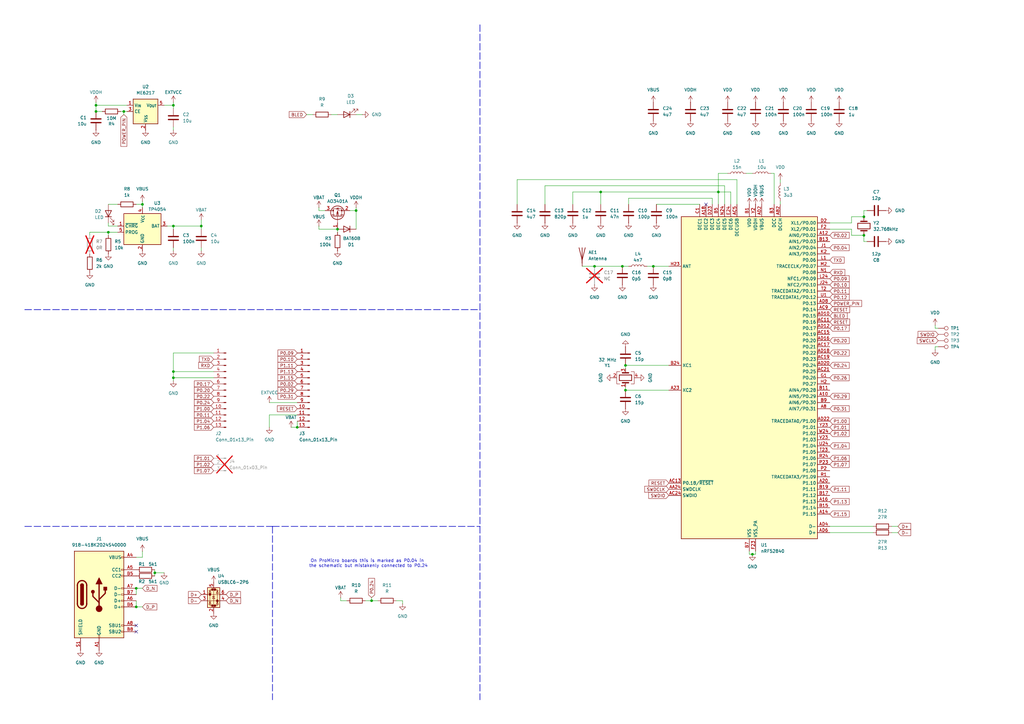
<source format=kicad_sch>
(kicad_sch (version 20250114) (generator "eeschema") (generator_version "9.0")
  (paper "A3")
  (title_block (title "nRF52840 ProMicro"))
  (text "On ProMicro boards this is marked as P0.04 in \nthe schematic but mistakenly connected to P0.24" (at 151.13 231.14 0) (effects (font (size 1.27 1.27))))
  (junction (at 39.37 43.18))
  (junction (at 39.37 45.72))
  (junction (at 294.64 78.74))
  (junction (at 256.54 160.02))
  (junction (at 44.45 95.25))
  (junction (at 58.42 83.82))
  (junction (at 55.88 241.3))
  (junction (at 55.88 248.92))
  (junction (at 152.4 246.38))
  (junction (at 354.33 96.52))
  (junction (at 243.84 109.22))
  (junction (at 267.97 109.22))
  (junction (at 63.5 234.95))
  (junction (at 121.92 175.26))
  (junction (at 354.33 88.9))
  (junction (at 71.12 92.71))
  (junction (at 82.55 92.71))
  (junction (at 50.8 45.72))
  (junction (at 308.61 227.33))
  (junction (at 246.38 78.74))
  (junction (at 256.54 149.86))
  (junction (at 138.43 93.98))
  (junction (at 146.05 86.36))
  (junction (at 71.12 152.4))
  (junction (at 71.12 154.94))
  (junction (at 255.27 109.22))
  (junction (at 71.12 43.18))
  (no_connect (at 55.88 259.08))
  (no_connect (at 289.56 83.82))
  (no_connect (at 55.88 256.54))
  (wire (pts (xy 39.37 43.18) (xy 39.37 41.91)))
  (wire (pts (xy 87.63 144.78) (xy 71.12 144.78)))
  (wire (pts (xy 58.42 228.6) (xy 58.42 226.06)))
  (wire (pts (xy 44.45 91.44) (xy 44.45 92.71)))
  (polyline (pts (xy 196.85 215.9) (xy 196.85 287.02)) (stroke (width 0.254) (type dash)))
  (wire (pts (xy 71.12 154.94) (xy 87.63 154.94)))
  (polyline (pts (xy 10.16 127) (xy 196.85 127)) (stroke (width 0.254) (type dash)))
  (wire (pts (xy 138.43 93.98) (xy 138.43 95.25)))
  (wire (pts (xy 44.45 92.71) (xy 48.26 92.71)))
  (wire (pts (xy 246.38 83.82) (xy 246.38 78.74)))
  (wire (pts (xy 297.18 83.82) (xy 297.18 76.2)))
  (wire (pts (xy 340.36 91.44) (xy 349.25 91.44)))
  (wire (pts (xy 50.8 45.72) (xy 50.8 46.99)))
  (wire (pts (xy 294.64 78.74) (xy 299.72 78.74)))
  (wire (pts (xy 349.25 96.52) (xy 354.33 96.52)))
  (wire (pts (xy 354.33 99.06) (xy 354.33 96.52)))
  (wire (pts (xy 55.88 228.6) (xy 58.42 228.6)))
  (polyline (pts (xy 196.85 10.16) (xy 196.85 215.9)) (stroke (width 0.254) (type dash)))
  (wire (pts (xy 121.92 175.26) (xy 121.92 172.72)))
  (wire (pts (xy 383.54 134.62) (xy 383.54 133.35)))
  (wire (pts (xy 234.95 78.74) (xy 246.38 78.74)))
  (wire (pts (xy 67.31 43.18) (xy 71.12 43.18)))
  (wire (pts (xy 44.45 83.82) (xy 48.26 83.82)))
  (wire (pts (xy 68.58 92.71) (xy 71.12 92.71)))
  (wire (pts (xy 55.88 248.92) (xy 58.42 248.92)))
  (wire (pts (xy 143.51 86.36) (xy 146.05 86.36)))
  (wire (pts (xy 146.05 46.99) (xy 148.59 46.99)))
  (wire (pts (xy 139.7 245.11) (xy 139.7 246.38)))
  (wire (pts (xy 256.54 151.13) (xy 256.54 149.86)))
  (wire (pts (xy 340.36 218.44) (xy 358.14 218.44)))
  (wire (pts (xy 44.45 95.25) (xy 48.26 95.25)))
  (wire (pts (xy 257.81 83.82) (xy 257.81 81.28)))
  (wire (pts (xy 340.36 93.98) (xy 349.25 93.98)))
  (wire (pts (xy 212.09 73.66) (xy 212.09 83.82)))
  (wire (pts (xy 152.4 245.11) (xy 152.4 246.38)))
  (wire (pts (xy 55.88 83.82) (xy 58.42 83.82)))
  (wire (pts (xy 355.6 86.36) (xy 354.33 86.36)))
  (wire (pts (xy 384.81 134.62) (xy 383.54 134.62)))
  (wire (pts (xy 71.12 43.18) (xy 71.12 41.91)))
  (wire (pts (xy 307.34 227.33) (xy 308.61 227.33)))
  (wire (pts (xy 384.81 142.24) (xy 383.54 142.24)))
  (wire (pts (xy 162.56 246.38) (xy 165.1 246.38)))
  (wire (pts (xy 149.86 246.38) (xy 152.4 246.38)))
  (wire (pts (xy 125.73 46.99) (xy 128.27 46.99)))
  (wire (pts (xy 119.38 175.26) (xy 121.92 175.26)))
  (wire (pts (xy 309.88 226.06) (xy 309.88 227.33)))
  (wire (pts (xy 110.49 165.1) (xy 121.92 165.1)))
  (wire (pts (xy 307.34 226.06) (xy 307.34 227.33)))
  (wire (pts (xy 256.54 149.86) (xy 274.32 149.86)))
  (wire (pts (xy 63.5 233.68) (xy 63.5 234.95)))
  (wire (pts (xy 71.12 152.4) (xy 71.12 154.94)))
  (wire (pts (xy 294.64 71.12) (xy 294.64 78.74)))
  (wire (pts (xy 130.81 93.98) (xy 138.43 93.98)))
  (wire (pts (xy 340.36 215.9) (xy 358.14 215.9)))
  (wire (pts (xy 63.5 234.95) (xy 63.5 236.22)))
  (wire (pts (xy 269.24 83.82) (xy 287.02 83.82)))
  (wire (pts (xy 365.76 218.44) (xy 368.3 218.44)))
  (wire (pts (xy 349.25 93.98) (xy 349.25 96.52)))
  (polyline (pts (xy 111.76 215.9) (xy 196.85 215.9)) (stroke (width 0.254) (type dash)))
  (wire (pts (xy 50.8 45.72) (xy 52.07 45.72)))
  (wire (pts (xy 234.95 83.82) (xy 234.95 78.74)))
  (wire (pts (xy 130.81 86.36) (xy 133.35 86.36)))
  (wire (pts (xy 265.43 109.22) (xy 267.97 109.22)))
  (wire (pts (xy 255.27 109.22) (xy 257.81 109.22)))
  (wire (pts (xy 71.12 43.18) (xy 71.12 44.45)))
  (wire (pts (xy 55.88 241.3) (xy 58.42 241.3)))
  (wire (pts (xy 130.81 92.71) (xy 130.81 93.98)))
  (wire (pts (xy 165.1 246.38) (xy 165.1 247.65)))
  (wire (pts (xy 71.12 154.94) (xy 71.12 156.21)))
  (wire (pts (xy 238.76 109.22) (xy 243.84 109.22)))
  (wire (pts (xy 82.55 102.87) (xy 82.55 101.6)))
  (wire (pts (xy 55.88 241.3) (xy 55.88 243.84)))
  (wire (pts (xy 146.05 86.36) (xy 146.05 85.09)))
  (wire (pts (xy 36.83 96.52) (xy 36.83 95.25)))
  (wire (pts (xy 257.81 81.28) (xy 292.1 81.28)))
  (wire (pts (xy 58.42 83.82) (xy 58.42 85.09)))
  (wire (pts (xy 44.45 96.52) (xy 44.45 95.25)))
  (wire (pts (xy 71.12 53.34) (xy 71.12 52.07)))
  (wire (pts (xy 39.37 45.72) (xy 39.37 43.18)))
  (wire (pts (xy 36.83 95.25) (xy 44.45 95.25)))
  (wire (pts (xy 298.45 71.12) (xy 294.64 71.12)))
  (wire (pts (xy 139.7 246.38) (xy 142.24 246.38)))
  (wire (pts (xy 243.84 109.22) (xy 255.27 109.22)))
  (wire (pts (xy 58.42 82.55) (xy 58.42 83.82)))
  (wire (pts (xy 41.91 45.72) (xy 39.37 45.72)))
  (polyline (pts (xy 111.76 215.9) (xy 111.76 287.02)) (stroke (width 0.254) (type dash)))
  (wire (pts (xy 299.72 78.74) (xy 299.72 83.82)))
  (wire (pts (xy 121.92 170.18) (xy 110.49 170.18)))
  (wire (pts (xy 302.26 73.66) (xy 212.09 73.66)))
  (wire (pts (xy 309.88 227.33) (xy 308.61 227.33)))
  (wire (pts (xy 49.53 45.72) (xy 50.8 45.72)))
  (wire (pts (xy 302.26 83.82) (xy 302.26 73.66)))
  (wire (pts (xy 82.55 90.17) (xy 82.55 92.71)))
  (wire (pts (xy 292.1 81.28) (xy 292.1 83.82)))
  (wire (pts (xy 82.55 93.98) (xy 82.55 92.71)))
  (wire (pts (xy 306.07 71.12) (xy 308.61 71.12)))
  (wire (pts (xy 152.4 246.38) (xy 154.94 246.38)))
  (wire (pts (xy 71.12 92.71) (xy 82.55 92.71)))
  (wire (pts (xy 349.25 91.44) (xy 349.25 88.9)))
  (wire (pts (xy 294.64 83.82) (xy 294.64 78.74)))
  (wire (pts (xy 246.38 78.74) (xy 294.64 78.74)))
  (wire (pts (xy 349.25 88.9) (xy 354.33 88.9)))
  (wire (pts (xy 71.12 144.78) (xy 71.12 152.4)))
  (wire (pts (xy 71.12 152.4) (xy 87.63 152.4)))
  (wire (pts (xy 317.5 83.82) (xy 317.5 71.12)))
  (wire (pts (xy 383.54 142.24) (xy 383.54 143.51)))
  (wire (pts (xy 256.54 160.02) (xy 256.54 158.75)))
  (wire (pts (xy 320.04 82.55) (xy 320.04 83.82)))
  (wire (pts (xy 130.81 85.09) (xy 130.81 86.36)))
  (wire (pts (xy 320.04 73.66) (xy 320.04 74.93)))
  (wire (pts (xy 71.12 93.98) (xy 71.12 92.71)))
  (wire (pts (xy 354.33 86.36) (xy 354.33 88.9)))
  (wire (pts (xy 146.05 86.36) (xy 146.05 93.98)))
  (wire (pts (xy 355.6 99.06) (xy 354.33 99.06)))
  (wire (pts (xy 52.07 43.18) (xy 39.37 43.18)))
  (wire (pts (xy 71.12 102.87) (xy 71.12 101.6)))
  (wire (pts (xy 365.76 215.9) (xy 368.3 215.9)))
  (wire (pts (xy 223.52 76.2) (xy 223.52 83.82)))
  (wire (pts (xy 267.97 109.22) (xy 274.32 109.22)))
  (wire (pts (xy 110.49 170.18) (xy 110.49 175.26)))
  (wire (pts (xy 55.88 246.38) (xy 55.88 248.92)))
  (wire (pts (xy 223.52 76.2) (xy 297.18 76.2)))
  (wire (pts (xy 135.89 46.99) (xy 138.43 46.99)))
  (polyline (pts (xy 10.16 215.9) (xy 111.76 215.9)) (stroke (width 0.254) (type dash)))
  (wire (pts (xy 63.5 234.95) (xy 67.31 234.95)))
  (wire (pts (xy 317.5 71.12) (xy 316.23 71.12)))
  (wire (pts (xy 274.32 160.02) (xy 256.54 160.02)))
  (global_label "P0.11" (shape input) (at 340.36 119.38 0) (property "Intersheetrefs" "${INTERSHEET_REFS}" (effects (hide yes))))
  (global_label "P1.07" (shape input) (at 87.63 193.04 180) (property "Intersheetrefs" "${INTERSHEET_REFS}" (effects (hide yes))))
  (global_label "POWER_PIN" (shape input) (at 340.36 124.46 0) (property "Intersheetrefs" "${INTERSHEET_REFS}" (effects (hide yes))))
  (global_label "RESET" (shape input) (at 274.32 198.12 180) (property "Intersheetrefs" "${INTERSHEET_REFS}" (effects (hide yes))))
  (global_label "P1.00" (shape input) (at 340.36 172.72 0) (property "Intersheetrefs" "${INTERSHEET_REFS}" (effects (hide yes))))
  (global_label "TXD" (shape input) (at 87.63 147.32 180) (property "Intersheetrefs" "${INTERSHEET_REFS}" (effects (hide yes))))
  (global_label "P0.31" (shape input) (at 340.36 167.64 0) (property "Intersheetrefs" "${INTERSHEET_REFS}" (effects (hide yes))))
  (global_label "P0.11" (shape input) (at 87.63 170.18 180) (property "Intersheetrefs" "${INTERSHEET_REFS}" (effects (hide yes))))
  (global_label "SWDIO" (shape input) (at 384.81 137.16 180) (property "Intersheetrefs" "${INTERSHEET_REFS}" (effects (hide yes))))
  (global_label "P1.13" (shape input) (at 121.92 152.4 180) (property "Intersheetrefs" "${INTERSHEET_REFS}" (effects (hide yes))))
  (global_label "P0.31" (shape input) (at 121.92 162.56 180) (property "Intersheetrefs" "${INTERSHEET_REFS}" (effects (hide yes))))
  (global_label "P0.17" (shape input) (at 340.36 134.62 0) (property "Intersheetrefs" "${INTERSHEET_REFS}" (effects (hide yes))))
  (global_label "SWDIO" (shape input) (at 274.32 203.2 180) (property "Intersheetrefs" "${INTERSHEET_REFS}" (effects (hide yes))))
  (global_label "P0.24" (shape input) (at 87.63 165.1 180) (property "Intersheetrefs" "${INTERSHEET_REFS}" (effects (hide yes))))
  (global_label "D_P" (shape input) (at 92.71 243.84 0) (property "Intersheetrefs" "${INTERSHEET_REFS}" (effects (hide yes))))
  (global_label "D_N" (shape input) (at 92.71 246.38 0) (property "Intersheetrefs" "${INTERSHEET_REFS}" (effects (hide yes))))
  (global_label "P0.29" (shape input) (at 121.92 160.02 180) (property "Intersheetrefs" "${INTERSHEET_REFS}" (effects (hide yes))))
  (global_label "D_P" (shape input) (at 58.42 248.92 0) (property "Intersheetrefs" "${INTERSHEET_REFS}" (effects (hide yes))))
  (global_label "SWDCLK" (shape input) (at 274.32 200.66 180) (property "Intersheetrefs" "${INTERSHEET_REFS}" (effects (hide yes))))
  (global_label "SWCLK" (shape input) (at 384.81 139.7 180) (property "Intersheetrefs" "${INTERSHEET_REFS}" (effects (hide yes))))
  (global_label "RESET" (shape input) (at 340.36 132.08 0) (property "Intersheetrefs" "${INTERSHEET_REFS}" (effects (hide yes))))
  (global_label "P0.29" (shape input) (at 340.36 162.56 0) (property "Intersheetrefs" "${INTERSHEET_REFS}" (effects (hide yes))))
  (global_label "P0.09" (shape input) (at 340.36 114.3 0) (property "Intersheetrefs" "${INTERSHEET_REFS}" (effects (hide yes))))
  (global_label "D-" (shape input) (at 368.3 218.44 0) (property "Intersheetrefs" "${INTERSHEET_REFS}" (effects (hide yes))))
  (global_label "P0.12" (shape input) (at 340.36 121.92 0) (property "Intersheetrefs" "${INTERSHEET_REFS}" (effects (hide yes))))
  (global_label "P0.24" (shape input) (at 152.4 245.11 90) (property "Intersheetrefs" "${INTERSHEET_REFS}" (effects (hide yes))))
  (global_label "RESET" (shape input) (at 340.36 127 0) (property "Intersheetrefs" "${INTERSHEET_REFS}" (effects (hide yes))))
  (global_label "P0.02" (shape input) (at 121.92 157.48 180) (property "Intersheetrefs" "${INTERSHEET_REFS}" (effects (hide yes))))
  (global_label "P1.02" (shape input) (at 87.63 190.5 180) (property "Intersheetrefs" "${INTERSHEET_REFS}" (effects (hide yes))))
  (global_label "P0.22" (shape input) (at 340.36 144.78 0) (property "Intersheetrefs" "${INTERSHEET_REFS}" (effects (hide yes))))
  (global_label "P1.15" (shape input) (at 121.92 154.94 180) (property "Intersheetrefs" "${INTERSHEET_REFS}" (effects (hide yes))))
  (global_label "P1.00" (shape input) (at 87.63 167.64 180) (property "Intersheetrefs" "${INTERSHEET_REFS}" (effects (hide yes))))
  (global_label "P1.04" (shape input) (at 340.36 182.88 0) (property "Intersheetrefs" "${INTERSHEET_REFS}" (effects (hide yes))))
  (global_label "D_N" (shape input) (at 58.42 241.3 0) (property "Intersheetrefs" "${INTERSHEET_REFS}" (effects (hide yes))))
  (global_label "P1.06" (shape input) (at 340.36 187.96 0) (property "Intersheetrefs" "${INTERSHEET_REFS}" (effects (hide yes))))
  (global_label "RESET" (shape input) (at 121.92 167.64 180) (property "Intersheetrefs" "${INTERSHEET_REFS}" (effects (hide yes))))
  (global_label "P1.01" (shape input) (at 340.36 175.26 0) (property "Intersheetrefs" "${INTERSHEET_REFS}" (effects (hide yes))))
  (global_label "P0.10" (shape input) (at 121.92 147.32 180) (property "Intersheetrefs" "${INTERSHEET_REFS}" (effects (hide yes))))
  (global_label "D+" (shape input) (at 82.55 243.84 180) (property "Intersheetrefs" "${INTERSHEET_REFS}" (effects (hide yes))))
  (global_label "P0.17" (shape input) (at 87.63 157.48 180) (property "Intersheetrefs" "${INTERSHEET_REFS}" (effects (hide yes))))
  (global_label "BLED" (shape input) (at 340.36 129.54 0) (property "Intersheetrefs" "${INTERSHEET_REFS}" (effects (hide yes))))
  (global_label "P1.01" (shape input) (at 87.63 187.96 180) (property "Intersheetrefs" "${INTERSHEET_REFS}" (effects (hide yes))))
  (global_label "BLED" (shape input) (at 125.73 46.99 180) (property "Intersheetrefs" "${INTERSHEET_REFS}" (effects (hide yes))))
  (global_label "P0.04" (shape input) (at 340.36 101.6 0) (property "Intersheetrefs" "${INTERSHEET_REFS}" (effects (hide yes))))
  (global_label "P1.11" (shape input) (at 121.92 149.86 180) (property "Intersheetrefs" "${INTERSHEET_REFS}" (effects (hide yes))))
  (global_label "P0.02" (shape input) (at 340.36 96.52 0) (property "Intersheetrefs" "${INTERSHEET_REFS}" (effects (hide yes))))
  (global_label "D-" (shape input) (at 82.55 246.38 180) (property "Intersheetrefs" "${INTERSHEET_REFS}" (effects (hide yes))))
  (global_label "P0.22" (shape input) (at 87.63 162.56 180) (property "Intersheetrefs" "${INTERSHEET_REFS}" (effects (hide yes))))
  (global_label "TXD" (shape input) (at 340.36 106.68 0) (property "Intersheetrefs" "${INTERSHEET_REFS}" (effects (hide yes))))
  (global_label "P1.04" (shape input) (at 87.63 172.72 180) (property "Intersheetrefs" "${INTERSHEET_REFS}" (effects (hide yes))))
  (global_label "P1.11" (shape input) (at 340.36 200.66 0) (property "Intersheetrefs" "${INTERSHEET_REFS}" (effects (hide yes))))
  (global_label "P0.24" (shape input) (at 340.36 149.86 0) (property "Intersheetrefs" "${INTERSHEET_REFS}" (effects (hide yes))))
  (global_label "P1.13" (shape input) (at 340.36 205.74 0) (property "Intersheetrefs" "${INTERSHEET_REFS}" (effects (hide yes))))
  (global_label "P0.09" (shape input) (at 121.92 144.78 180) (property "Intersheetrefs" "${INTERSHEET_REFS}" (effects (hide yes))))
  (global_label "P1.07" (shape input) (at 340.36 190.5 0) (property "Intersheetrefs" "${INTERSHEET_REFS}" (effects (hide yes))))
  (global_label "D+" (shape input) (at 368.3 215.9 0) (property "Intersheetrefs" "${INTERSHEET_REFS}" (effects (hide yes))))
  (global_label "POWER_PIN" (shape input) (at 50.8 46.99 270) (property "Intersheetrefs" "${INTERSHEET_REFS}" (effects (hide yes))))
  (global_label "RXD" (shape input) (at 87.63 149.86 180) (property "Intersheetrefs" "${INTERSHEET_REFS}" (effects (hide yes))))
  (global_label "P0.26" (shape input) (at 340.36 154.94 0) (property "Intersheetrefs" "${INTERSHEET_REFS}" (effects (hide yes))))
  (global_label "RXD" (shape input) (at 340.36 111.76 0) (property "Intersheetrefs" "${INTERSHEET_REFS}" (effects (hide yes))))
  (global_label "P1.15" (shape input) (at 340.36 210.82 0) (property "Intersheetrefs" "${INTERSHEET_REFS}" (effects (hide yes))))
  (global_label "P1.02" (shape input) (at 340.36 177.8 0) (property "Intersheetrefs" "${INTERSHEET_REFS}" (effects (hide yes))))
  (global_label "P0.20" (shape input) (at 87.63 160.02 180) (property "Intersheetrefs" "${INTERSHEET_REFS}" (effects (hide yes))))
  (global_label "P1.06" (shape input) (at 87.63 175.26 180) (property "Intersheetrefs" "${INTERSHEET_REFS}" (effects (hide yes))))
  (global_label "P0.20" (shape input) (at 340.36 139.7 0) (property "Intersheetrefs" "${INTERSHEET_REFS}" (effects (hide yes))))
  (global_label "P0.10" (shape input) (at 340.36 116.84 0) (property "Intersheetrefs" "${INTERSHEET_REFS}" (effects (hide yes))))
  (symbol (lib_id "Device:R") (at 158.75 246.38 90) (unit 1)
    (property "Reference" "R11" (at 158.75 240.03 90))
    (property "Value" "R" (at 158.75 242.57 90))
    (property "Footprint" "Resistor_SMD:R_0201_0603Metric" (effects (hide yes)))
    (property "Description" "Resistor" (effects (hide yes)))
  )
  (symbol (lib_id "power:VBUS") (at 58.42 82.55 0) (unit 1)
    (property "Reference" "#PWR021" (effects (hide yes)))
    (property "Value" "VBUS" (at 58.42 77.47 0))
    (property "Description" "Power symbol creates a global label with name \"VBUS\"" (effects (hide yes)))
  )
  (symbol (lib_id "power:GND") (at 269.24 91.44 0) (unit 1)
    (property "Reference" "#PWR036" (effects (hide yes)))
    (property "Value" "GND" (at 269.24 96.52 0))
    (property "Description" "Power symbol creates a global label with name \"GND\" , ground" (effects (hide yes)))
  )
  (symbol (lib_id "power:GND") (at 309.88 49.53 0) (unit 1)
    (property "Reference" "#PWR052" (effects (hide yes)))
    (property "Value" "GND" (at 309.88 54.61 0))
    (property "Description" "Power symbol creates a global label with name \"GND\" , ground" (effects (hide yes)))
  )
  (symbol (lib_id "Device:R") (at 361.95 215.9 90) (unit 1)
    (property "Reference" "R12" (at 361.95 209.55 90))
    (property "Value" "27R" (at 361.95 212.09 90))
    (property "Footprint" "Resistor_SMD:R_0201_0603Metric" (effects (hide yes)))
    (property "Description" "Resistor" (effects (hide yes)))
  )
  (symbol (lib_id "power:GND") (at 110.49 175.26 0) (unit 1)
    (property "Reference" "#PWR029" (effects (hide yes)))
    (property "Value" "GND" (at 110.49 180.34 0))
    (property "Description" "Power symbol creates a global label with name \"GND\" , ground" (effects (hide yes)))
  )
  (symbol (lib_id "power:VDD") (at 321.31 41.91 0) (unit 1)
    (property "Reference" "#PWR058" (effects (hide yes)))
    (property "Value" "VDD" (at 321.31 36.83 0))
    (property "Description" "Power symbol creates a global label with name \"VDD\"" (effects (hide yes)))
  )
  (symbol (lib_id "Device:R") (at 146.05 246.38 90) (unit 1)
    (property "Reference" "R10" (at 146.05 240.03 90))
    (property "Value" "R" (at 146.05 242.57 90))
    (property "Footprint" "Resistor_SMD:R_0201_0603Metric" (effects (hide yes)))
    (property "Description" "Resistor" (effects (hide yes)))
  )
  (symbol (lib_id "Device:R") (at 361.95 218.44 270) (mirror x) (unit 1)
    (property "Reference" "R13" (at 361.95 224.79 90))
    (property "Value" "27R" (at 361.95 222.25 90))
    (property "Footprint" "Resistor_SMD:R_0201_0603Metric" (effects (hide yes)))
    (property "Description" "Resistor" (effects (hide yes)))
  )
  (symbol (lib_id "power:GND") (at 148.59 46.99 90) (unit 1)
    (property "Reference" "#PWR023" (effects (hide yes)))
    (property "Value" "GND" (at 152.4 46.9899 90) (effects (justify right)))
    (property "Description" "Power symbol creates a global label with name \"GND\" , ground" (effects (hide yes)))
  )
  (symbol (lib_id "power:GND") (at 58.42 102.87 0) (unit 1)
    (property "Reference" "#PWR018" (effects (hide yes)))
    (property "Value" "GND" (at 58.42 107.95 0))
    (property "Description" "Power symbol creates a global label with name \"GND\" , ground" (effects (hide yes)))
  )
  (symbol (lib_id "Device:R") (at 44.45 100.33 0) (unit 1)
    (property "Reference" "R5" (at 46.99 99.0599 0) (effects (justify left)))
    (property "Value" "10k" (at 46.99 101.5999 0) (effects (justify left)))
    (property "Footprint" "Resistor_SMD:R_0402_1005Metric" (effects (hide yes)))
    (property "Description" "Resistor" (effects (hide yes)))
  )
  (symbol (lib_id "power:GND") (at 332.74 49.53 0) (unit 1)
    (property "Reference" "#PWR054" (effects (hide yes)))
    (property "Value" "GND" (at 332.74 54.61 0))
    (property "Description" "Power symbol creates a global label with name \"GND\" , ground" (effects (hide yes)))
  )
  (symbol (lib_id "Device:C") (at 257.81 87.63 0) (unit 1)
    (property "Reference" "C10" (at 261.62 86.3599 0) (effects (justify left)))
    (property "Value" "100p" (at 261.62 88.8999 0) (effects (justify left)))
    (property "Footprint" "Capacitor_SMD:C_0402_1005Metric" (effects (hide yes)))
    (property "Description" "Unpolarized capacitor" (effects (hide yes)))
  )
  (symbol (lib_id "power:GND") (at 243.84 116.84 0) (unit 1)
    (property "Reference" "#PWR049" (effects (hide yes)))
    (property "Value" "GND" (at 243.84 121.92 0))
    (property "Description" "Power symbol creates a global label with name \"GND\" , ground" (effects (hide yes)))
  )
  (symbol (lib_id "Device:R") (at 36.83 107.95 0) (unit 1)
    (property "Reference" "R6" (at 39.37 106.6799 0) (effects (justify left)))
    (property "Value" "2k" (at 39.37 109.2199 0) (effects (justify left)))
    (property "Footprint" "Resistor_SMD:R_0402_1005Metric" (effects (hide yes)))
    (property "Description" "Resistor" (effects (hide yes)))
  )
  (symbol (lib_id "Device:C") (at 359.41 86.36 90) (unit 1)
    (property "Reference" "C7" (at 359.41 78.74 90))
    (property "Value" "12p" (at 359.41 81.28 90))
    (property "Footprint" "Capacitor_SMD:C_0402_1005Metric" (effects (hide yes)))
    (property "Description" "Unpolarized capacitor" (effects (hide yes)))
  )
  (symbol (lib_id "Device:R") (at 52.07 83.82 90) (unit 1)
    (property "Reference" "R8" (at 52.07 77.47 90))
    (property "Value" "1k" (at 52.07 80.01 90))
    (property "Footprint" "Resistor_SMD:R_0201_0603Metric" (effects (hide yes)))
    (property "Description" "Resistor" (effects (hide yes)))
  )
  (symbol (lib_id "power:GND") (at 321.31 49.53 0) (unit 1)
    (property "Reference" "#PWR053" (effects (hide yes)))
    (property "Value" "GND" (at 321.31 54.61 0))
    (property "Description" "Power symbol creates a global label with name \"GND\" , ground" (effects (hide yes)))
  )
  (symbol (lib_id "power:GND") (at 255.27 116.84 0) (unit 1)
    (property "Reference" "#PWR048" (effects (hide yes)))
    (property "Value" "GND" (at 255.27 121.92 0))
    (property "Description" "Power symbol creates a global label with name \"GND\" , ground" (effects (hide yes)))
  )
  (symbol (lib_id "Device:C") (at 234.95 87.63 0) (unit 1)
    (property "Reference" "C12" (at 238.76 86.3599 0) (effects (justify left)))
    (property "Value" "1u" (at 238.76 88.8999 0) (effects (justify left)))
    (property "Footprint" "Capacitor_SMD:C_0402_1005Metric" (effects (hide yes)))
    (property "Description" "Unpolarized capacitor" (effects (hide yes)))
  )
  (symbol (lib_id "Device:C") (at 256.54 163.83 0) (unit 1)
    (property "Reference" "C6" (at 260.35 162.5599 0) (effects (justify left)))
    (property "Value" "15p" (at 260.35 165.0999 0) (effects (justify left)))
    (property "Footprint" "Capacitor_SMD:C_0402_1005Metric" (effects (hide yes)))
    (property "Description" "Unpolarized capacitor" (effects (hide yes)))
  )
  (symbol (lib_id "power:GND") (at 251.46 154.94 270) (unit 1)
    (property "Reference" "#PWR031" (effects (hide yes)))
    (property "Value" "GND" (at 246.38 154.94 0))
    (property "Description" "Power symbol creates a global label with name \"GND\" , ground" (effects (hide yes)))
  )
  (symbol (lib_id "power:VBUS") (at 130.81 85.09 0) (unit 1)
    (property "Reference" "#PWR07" (effects (hide yes)))
    (property "Value" "VBAT" (at 130.81 81.026 0))
    (property "Description" "Power symbol creates a global label with name \"VBUS\"" (effects (hide yes)))
  )
  (symbol (lib_id "power:GND") (at 40.64 266.7 0) (unit 1)
    (property "Reference" "#PWR02" (effects (hide yes)))
    (property "Value" "GND" (at 40.64 271.78 0))
    (property "Description" "Power symbol creates a global label with name \"GND\" , ground" (effects (hide yes)))
  )
  (symbol (lib_id "power:GND") (at 257.81 91.44 0) (unit 1)
    (property "Reference" "#PWR037" (effects (hide yes)))
    (property "Value" "GND" (at 257.81 96.52 0))
    (property "Description" "Power symbol creates a global label with name \"GND\" , ground" (effects (hide yes)))
  )
  (symbol (lib_id "power:GND") (at 39.37 53.34 0) (unit 1)
    (property "Reference" "#PWR014" (effects (hide yes)))
    (property "Value" "GND" (at 39.37 58.42 0))
    (property "Description" "Power symbol creates a global label with name \"GND\" , ground" (effects (hide yes)))
  )
  (symbol (lib_id "power:GND") (at 71.12 53.34 0) (unit 1)
    (property "Reference" "#PWR013" (effects (hide yes)))
    (property "Value" "GND" (at 71.12 58.42 0))
    (property "Description" "Power symbol creates a global label with name \"GND\" , ground" (effects (hide yes)))
  )
  (symbol (lib_id "Device:C") (at 298.45 45.72 0) (unit 1)
    (property "Reference" "C22" (at 302.26 44.4499 0) (effects (justify left)))
    (property "Value" "4u7" (at 302.26 46.9899 0) (effects (justify left)))
    (property "Footprint" "Capacitor_SMD:C_0402_1005Metric" (effects (hide yes)))
    (property "Description" "Unpolarized capacitor" (effects (hide yes)))
  )
  (symbol (lib_id "Device:LED") (at 44.45 87.63 90) (unit 1)
    (property "Reference" "D2" (at 38.862 86.614 90) (effects (justify right)))
    (property "Value" "LED" (at 38.862 89.154 90) (effects (justify right)))
    (property "Footprint" "LED_SMD:LED_0603_1608Metric" (effects (hide yes)))
    (property "Description" "Light emitting diode" (effects (hide yes)))
    (property "Sim.Pins" "1=K 2=A" (effects (hide yes)))
  )
  (symbol (lib_id "Device:C") (at 283.21 45.72 0) (unit 1)
    (property "Reference" "C23" (at 287.02 44.4499 0) (effects (justify left)))
    (property "Value" "4u7" (at 287.02 46.9899 0) (effects (justify left)))
    (property "Footprint" "Capacitor_SMD:C_0402_1005Metric" (effects (hide yes)))
    (property "Description" "Unpolarized capacitor" (effects (hide yes)))
  )
  (symbol (lib_id "power:VDD") (at 383.54 133.35 0) (unit 1)
    (property "Reference" "#PWR065" (effects (hide yes)))
    (property "Value" "VDD" (at 383.54 128.27 0))
    (property "Description" "Power symbol creates a global label with name \"VDD\"" (effects (hide yes)))
  )
  (symbol (lib_id "power:GND") (at 363.22 86.36 90) (unit 1)
    (property "Reference" "#PWR035" (effects (hide yes)))
    (property "Value" "GND" (at 367.03 86.3599 90) (effects (justify right)))
    (property "Description" "Power symbol creates a global label with name \"GND\" , ground" (effects (hide yes)))
  )
  (symbol (lib_id "power:GND") (at 223.52 91.44 0) (unit 1)
    (property "Reference" "#PWR040" (effects (hide yes)))
    (property "Value" "GND" (at 223.52 96.52 0))
    (property "Description" "Power symbol creates a global label with name \"GND\" , ground" (effects (hide yes)))
  )
  (symbol (lib_id "Device:C") (at 256.54 146.05 0) (unit 1)
    (property "Reference" "C5" (at 260.35 144.7799 0) (effects (justify left)))
    (property "Value" "15p" (at 260.35 147.3199 0) (effects (justify left)))
    (property "Footprint" "Capacitor_SMD:C_0402_1005Metric" (effects (hide yes)))
    (property "Description" "Unpolarized capacitor" (effects (hide yes)))
  )
  (symbol (lib_id "power:GND") (at 383.54 143.51 0) (unit 1)
    (property "Reference" "#PWR064" (effects (hide yes)))
    (property "Value" "GND" (at 383.54 148.59 0))
    (property "Description" "Power symbol creates a global label with name \"GND\" , ground" (effects (hide yes)))
  )
  (symbol (lib_id "power:VDD") (at 309.88 83.82 0) (unit 1)
    (property "Reference" "#PWR043" (effects (hide yes)))
    (property "Value" "VDDH" (at 309.88 80.772 90) (effects (justify left)))
    (property "Description" "Power symbol creates a global label with name \"VDD\"" (effects (hide yes)))
  )
  (symbol (lib_id "Device:C") (at 223.52 87.63 0) (unit 1)
    (property "Reference" "C13" (at 227.33 86.3599 0) (effects (justify left)))
    (property "Value" "820p" (at 227.33 88.8999 0) (effects (justify left)))
    (property "Footprint" "Capacitor_SMD:C_0402_1005Metric" (effects (hide yes)))
    (property "Description" "Unpolarized capacitor" (effects (hide yes)))
  )
  (symbol (lib_id "power:GND") (at 71.12 102.87 0) (unit 1)
    (property "Reference" "#PWR019" (effects (hide yes)))
    (property "Value" "GND" (at 71.12 107.95 0))
    (property "Description" "Power symbol creates a global label with name \"GND\" , ground" (effects (hide yes)))
  )
  (symbol (lib_id "Regulator_Linear:ME6211C33M5") (at 59.69 45.72 0) (unit 1)
    (property "Reference" "U2" (at 59.69 35.56 0))
    (property "Value" "ME6217" (at 59.69 38.1 0))
    (property "Footprint" "Package_TO_SOT_SMD:SOT-23-5" (effects (hide yes)))
    (property "Datasheet" "https://www.lcsc.com/datasheet/lcsc_datasheet_2304140030_MICRONE-Nanjing-Micro-One-Elec-ME6211C33R5G_C235316.pdf" (effects (hide yes)))
    (property "Description" "500mA low dropout linear regulator, shutdown pin, 6.5V max input voltage, 3.3V fixed positive output, SOT-23-5" (effects (hide yes)))
  )
  (symbol (lib_id "power:GND") (at 256.54 167.64 0) (unit 1)
    (property "Reference" "#PWR032" (effects (hide yes)))
    (property "Value" "GND" (at 256.54 172.72 0))
    (property "Description" "Power symbol creates a global label with name \"GND\" , ground" (effects (hide yes)))
  )
  (symbol (lib_id "power:VDD") (at 312.42 83.82 0) (unit 1)
    (property "Reference" "#PWR044" (effects (hide yes)))
    (property "Value" "VBUS" (at 312.42 80.772 90) (effects (justify left)))
    (property "Description" "Power symbol creates a global label with name \"VDD\"" (effects (hide yes)))
  )
  (symbol (lib_id "power:VBUS") (at 139.7 245.11 0) (unit 1)
    (property "Reference" "#PWR025" (effects (hide yes)))
    (property "Value" "VBAT" (at 139.7 241.046 0))
    (property "Description" "Power symbol creates a global label with name \"VBUS\"" (effects (hide yes)))
  )
  (symbol (lib_id "Device:C") (at 309.88 45.72 0) (unit 1)
    (property "Reference" "C21" (at 313.69 44.4499 0) (effects (justify left)))
    (property "Value" "100n" (at 313.69 46.9899 0) (effects (justify left)))
    (property "Footprint" "Capacitor_SMD:C_0201_0603Metric" (effects (hide yes)))
    (property "Description" "Unpolarized capacitor" (effects (hide yes)))
  )
  (symbol (lib_id "power:VBUS") (at 58.42 226.06 0) (unit 1)
    (property "Reference" "#PWR04" (effects (hide yes)))
    (property "Value" "VBUS" (at 58.42 220.98 0))
    (property "Description" "Power symbol creates a global label with name \"VBUS\"" (effects (hide yes)))
  )
  (symbol (lib_id "Device:R") (at 36.83 100.33 0) (unit 1) (dnp yes)
    (property "Reference" "R7" (at 39.37 99.0599 0) (effects (justify left)))
    (property "Value" "0R" (at 39.37 101.5999 0) (effects (justify left)))
    (property "Footprint" "Resistor_SMD:R_0603_1608Metric" (effects (hide yes)))
    (property "Description" "Resistor" (effects (hide yes)))
  )
  (symbol (lib_id "Device:C") (at 267.97 45.72 0) (unit 1)
    (property "Reference" "C24" (at 271.78 44.4499 0) (effects (justify left)))
    (property "Value" "4u7" (at 271.78 46.9899 0) (effects (justify left)))
    (property "Footprint" "Capacitor_SMD:C_0402_1005Metric" (effects (hide yes)))
    (property "Description" "Unpolarized capacitor" (effects (hide yes)))
  )
  (symbol (lib_id "Device:R") (at 59.69 233.68 90) (unit 1)
    (property "Reference" "R1" (at 58.166 231.394 90))
    (property "Value" "5k1" (at 62.738 231.394 90))
    (property "Footprint" "Resistor_SMD:R_0201_0603Metric" (effects (hide yes)))
    (property "Description" "Resistor" (effects (hide yes)))
  )
  (symbol (lib_id "Battery_Management:LTC4054ES5-4.2") (at 58.42 92.71 0) (unit 1)
    (property "Reference" "U3" (at 64.516 83.312 0))
    (property "Value" "TP4054" (at 64.516 85.852 0))
    (property "Footprint" "Package_TO_SOT_SMD:TSOT-23-5" (effects (hide yes)))
    (property "Datasheet" "https://www.analog.com/media/en/technical-documentation/data-sheets/405442xf.pdf" (effects (hide yes)))
    (property "Description" "Constant-current/constant-voltage linear charger for single cell lithium-ion batteries with 2.9V Trickle Charge, 4.5V to 6.5V VDD, -40 to +85 degree Celsius, TSOT-23-5" (effects (hide yes)))
  )
  (symbol (lib_id "Device:Antenna") (at 238.76 104.14 0) (unit 1)
    (property "Reference" "AE1" (at 241.3 103.5049 0) (effects (justify left)))
    (property "Value" "Antenna" (at 241.3 106.0449 0) (effects (justify left)))
    (property "Description" "Antenna" (effects (hide yes)))
  )
  (symbol (lib_id "Device:C") (at 332.74 45.72 0) (unit 1)
    (property "Reference" "C19" (at 336.55 44.4499 0) (effects (justify left)))
    (property "Value" "100n" (at 336.55 46.9899 0) (effects (justify left)))
    (property "Footprint" "Capacitor_SMD:C_0201_0603Metric" (effects (hide yes)))
    (property "Description" "Unpolarized capacitor" (effects (hide yes)))
  )
  (symbol (lib_id "Device:R") (at 45.72 45.72 90) (mirror x) (unit 1)
    (property "Reference" "R4" (at 45.72 50.8 90))
    (property "Value" "10M" (at 45.72 48.514 90))
    (property "Footprint" "Resistor_SMD:R_0201_0603Metric" (effects (hide yes)))
    (property "Description" "Resistor" (effects (hide yes)))
  )
  (symbol (lib_id "Device:C") (at 255.27 113.03 0) (unit 1)
    (property "Reference" "C16" (at 259.08 111.7599 0) (effects (justify left)))
    (property "Value" "0p5" (at 259.08 114.2999 0) (effects (justify left)))
    (property "Footprint" "Capacitor_SMD:C_0402_1005Metric" (effects (hide yes)))
    (property "Description" "Unpolarized capacitor" (effects (hide yes)))
  )
  (symbol (lib_id "Device:C") (at 243.84 113.03 0) (unit 1) (dnp yes)
    (property "Reference" "C17" (at 247.65 111.7599 0) (effects (justify left)))
    (property "Value" "NC" (at 247.65 114.2999 0) (effects (justify left)))
    (property "Footprint" "Capacitor_SMD:C_0402_1005Metric" (effects (hide yes)))
    (property "Description" "Unpolarized capacitor" (effects (hide yes)))
  )
  (symbol (lib_id "power:VBUS") (at 130.81 92.71 0) (unit 1)
    (property "Reference" "#PWR09" (effects (hide yes)))
    (property "Value" "VBUS" (at 130.81 88.9 0))
    (property "Description" "Power symbol creates a global label with name \"VBUS\"" (effects (hide yes)))
  )
  (symbol (lib_id "power:GND") (at 165.1 247.65 0) (unit 1)
    (property "Reference" "#PWR024" (effects (hide yes)))
    (property "Value" "GND" (at 165.1 252.73 0))
    (property "Description" "Power symbol creates a global label with name \"GND\" , ground" (effects (hide yes)))
  )
  (symbol (lib_id "power:VDD") (at 332.74 41.91 0) (unit 1)
    (property "Reference" "#PWR059" (effects (hide yes)))
    (property "Value" "VDD" (at 332.74 36.83 0))
    (property "Description" "Power symbol creates a global label with name \"VDD\"" (effects (hide yes)))
  )
  (symbol (lib_id "power:GND") (at 267.97 49.53 0) (unit 1)
    (property "Reference" "#PWR063" (effects (hide yes)))
    (property "Value" "GND" (at 267.97 54.61 0))
    (property "Description" "Power symbol creates a global label with name \"GND\" , ground" (effects (hide yes)))
  )
  (symbol (lib_id "power:GND") (at 44.45 104.14 0) (unit 1)
    (property "Reference" "#PWR017" (effects (hide yes)))
    (property "Value" "GND" (at 44.45 109.22 0))
    (property "Description" "Power symbol creates a global label with name \"GND\" , ground" (effects (hide yes)))
  )
  (symbol (lib_id "power:VBUS") (at 110.49 165.1 0) (unit 1)
    (property "Reference" "#PWR027" (effects (hide yes)))
    (property "Value" "EXTVCC" (at 110.49 161.036 0))
    (property "Description" "Power symbol creates a global label with name \"VBUS\"" (effects (hide yes)))
  )
  (symbol (lib_id "power:GND") (at 298.45 49.53 0) (unit 1)
    (property "Reference" "#PWR051" (effects (hide yes)))
    (property "Value" "GND" (at 298.45 54.61 0))
    (property "Description" "Power symbol creates a global label with name \"GND\" , ground" (effects (hide yes)))
  )
  (symbol (lib_id "power:GND") (at 36.83 111.76 0) (unit 1)
    (property "Reference" "#PWR016" (effects (hide yes)))
    (property "Value" "GND" (at 36.83 116.84 0))
    (property "Description" "Power symbol creates a global label with name \"GND\" , ground" (effects (hide yes)))
  )
  (symbol (lib_id "Device:C") (at 71.12 97.79 0) (unit 1)
    (property "Reference" "C3" (at 74.93 96.5199 0) (effects (justify left)))
    (property "Value" "100n" (at 74.93 99.0599 0) (effects (justify left)))
    (property "Footprint" "Capacitor_SMD:C_0201_0603Metric" (effects (hide yes)))
    (property "Description" "Unpolarized capacitor" (effects (hide yes)))
  )
  (symbol (lib_id "power:VDD") (at 298.45 41.91 0) (unit 1)
    (property "Reference" "#PWR056" (effects (hide yes)))
    (property "Value" "VDD" (at 298.45 36.83 0))
    (property "Description" "Power symbol creates a global label with name \"VDD\"" (effects (hide yes)))
  )
  (symbol (lib_id "Connector:TestPoint") (at 384.81 137.16 270) (unit 1)
    (property "Reference" "TP2" (at 389.89 137.16 90) (effects (justify left)))
    (property "Value" "TestPoint" (effects (hide yes)))
    (property "Footprint" "TestPoint:TestPoint_Pad_1.0x1.0mm" (effects (hide yes)))
    (property "Description" "test point" (effects (hide yes)))
  )
  (symbol (lib_id "power:GND") (at 82.55 102.87 0) (unit 1)
    (property "Reference" "#PWR020" (effects (hide yes)))
    (property "Value" "GND" (at 82.55 107.95 0))
    (property "Description" "Power symbol creates a global label with name \"GND\" , ground" (effects (hide yes)))
  )
  (symbol (lib_id "power:GND") (at 267.97 116.84 0) (unit 1)
    (property "Reference" "#PWR047" (effects (hide yes)))
    (property "Value" "GND" (at 267.97 121.92 0))
    (property "Description" "Power symbol creates a global label with name \"GND\" , ground" (effects (hide yes)))
  )
  (symbol (lib_id "power:GND") (at 59.69 53.34 0) (unit 1)
    (property "Reference" "#PWR012" (effects (hide yes)))
    (property "Value" "GND" (at 59.69 58.42 0))
    (property "Description" "Power symbol creates a global label with name \"GND\" , ground" (effects (hide yes)))
  )
  (symbol (lib_id "power:GND") (at 256.54 142.24 180) (unit 1)
    (property "Reference" "#PWR033" (effects (hide yes)))
    (property "Value" "GND" (at 256.54 137.16 0))
    (property "Description" "Power symbol creates a global label with name \"GND\" , ground" (effects (hide yes)))
  )
  (symbol (lib_id "Device:C") (at 269.24 87.63 0) (unit 1)
    (property "Reference" "C9" (at 273.05 86.3599 0) (effects (justify left)))
    (property "Value" "100n" (at 273.05 88.8999 0) (effects (justify left)))
    (property "Footprint" "Capacitor_SMD:C_0201_0603Metric" (effects (hide yes)))
    (property "Description" "Unpolarized capacitor" (effects (hide yes)))
  )
  (symbol (lib_id "power:GND") (at 71.12 156.21 0) (unit 1)
    (property "Reference" "#PWR026" (effects (hide yes)))
    (property "Value" "GND" (at 71.12 161.29 0))
    (property "Description" "Power symbol creates a global label with name \"GND\" , ground" (effects (hide yes)))
  )
  (symbol (lib_id "Device:R") (at 138.43 99.06 0) (unit 1)
    (property "Reference" "R3" (at 135.89 97.7899 0) (effects (justify right)))
    (property "Value" "100k" (at 135.89 100.3299 0) (effects (justify right)))
    (property "Footprint" "Resistor_SMD:R_0402_1005Metric" (effects (hide yes)))
    (property "Description" "Resistor" (effects (hide yes)))
  )
  (symbol (lib_id "MCU_Nordic:nRF52840") (at 307.34 154.94 0) (unit 1)
    (property "Reference" "U1" (at 312.0233 223.52 0) (effects (justify left)))
    (property "Value" "nRF52840" (at 312.0233 226.06 0) (effects (justify left)))
    (property "Footprint" "Package_DFN_QFN:Nordic_AQFN-73-1EP_7x7mm_P0.5mm" (effects (hide yes)))
    (property "Datasheet" "http://infocenter.nordicsemi.com/topic/com.nordic.infocenter.nrf52/dita/nrf52/chips/nrf52840.html" (effects (hide yes)))
    (property "Description" "Multiprotocol BLE/ANT/2.4 GHz/802.15.4 Cortex-M4F SoC, AQFN-73" (effects (hide yes)))
  )
  (symbol (lib_id "Connector:USB_C_Receptacle_USB2.0_16P") (at 40.64 243.84 0) (unit 1)
    (property "Reference" "J1" (at 40.64 220.98 0))
    (property "Value" "918-418K2024S40000" (at 40.64 223.52 0))
    (property "Footprint" "Connector_USB:USB_C_Receptacle_GCT_USB4105-xx-A_16P_TopMnt_Horizontal" (effects (hide yes)))
    (property "Datasheet" "https://www.usb.org/sites/default/files/documents/usb_type-c.zip" (effects (hide yes)))
    (property "Description" "USB 2.0-only 16P Type-C Receptacle connector" (effects (hide yes)))
  )
  (symbol (lib_id "power:GND") (at 87.63 251.46 0) (unit 1)
    (property "Reference" "#PWR05" (effects (hide yes)))
    (property "Value" "GND" (at 87.63 256.54 0))
    (property "Description" "Power symbol creates a global label with name \"GND\" , ground" (effects (hide yes)))
  )
  (symbol (lib_id "power:GND") (at 363.22 99.06 90) (unit 1)
    (property "Reference" "#PWR034" (effects (hide yes)))
    (property "Value" "GND" (at 367.03 99.0599 90) (effects (justify right)))
    (property "Description" "Power symbol creates a global label with name \"GND\" , ground" (effects (hide yes)))
  )
  (symbol (lib_id "Device:C") (at 267.97 113.03 0) (unit 1)
    (property "Reference" "C15" (at 271.78 111.7599 0) (effects (justify left)))
    (property "Value" "0p8" (at 271.78 114.2999 0) (effects (justify left)))
    (property "Footprint" "Capacitor_SMD:C_0402_1005Metric" (effects (hide yes)))
    (property "Description" "Unpolarized capacitor" (effects (hide yes)))
  )
  (symbol (lib_id "Device:C") (at 212.09 87.63 0) (unit 1)
    (property "Reference" "C14" (at 215.9 86.3599 0) (effects (justify left)))
    (property "Value" "4u7" (at 215.9 88.8999 0) (effects (justify left)))
    (property "Footprint" "Capacitor_SMD:C_0402_1005Metric" (effects (hide yes)))
    (property "Description" "Unpolarized capacitor" (effects (hide yes)))
  )
  (symbol (lib_id "Device:C") (at 321.31 45.72 0) (unit 1)
    (property "Reference" "C20" (at 325.12 44.4499 0) (effects (justify left)))
    (property "Value" "100n" (at 325.12 46.9899 0) (effects (justify left)))
    (property "Footprint" "Capacitor_SMD:C_0201_0603Metric" (effects (hide yes)))
    (property "Description" "Unpolarized capacitor" (effects (hide yes)))
  )
  (symbol (lib_id "Device:C") (at 246.38 87.63 0) (unit 1)
    (property "Reference" "C11" (at 250.19 86.3599 0) (effects (justify left)))
    (property "Value" "47n" (at 250.19 88.8999 0) (effects (justify left)))
    (property "Footprint" "Capacitor_SMD:C_0402_1005Metric" (effects (hide yes)))
    (property "Description" "Unpolarized capacitor" (effects (hide yes)))
  )
  (symbol (lib_id "power:GND") (at 344.17 49.53 0) (unit 1)
    (property "Reference" "#PWR055" (effects (hide yes)))
    (property "Value" "GND" (at 344.17 54.61 0))
    (property "Description" "Power symbol creates a global label with name \"GND\" , ground" (effects (hide yes)))
  )
  (symbol (lib_id "Device:L") (at 320.04 78.74 180) (unit 1)
    (property "Reference" "L3" (at 321.31 77.4699 0) (effects (justify right)))
    (property "Value" "3u3" (at 321.31 80.0099 0) (effects (justify right)))
    (property "Footprint" "Inductor_SMD:L_0402_1005Metric" (effects (hide yes)))
    (property "Description" "Inductor" (effects (hide yes)))
  )
  (symbol (lib_id "power:GND") (at 308.61 227.33 0) (unit 1)
    (property "Reference" "#PWR046" (effects (hide yes)))
    (property "Value" "GND" (at 308.61 232.41 0))
    (property "Description" "Power symbol creates a global label with name \"GND\" , ground" (effects (hide yes)))
  )
  (symbol (lib_id "Device:R") (at 59.69 236.22 90) (unit 1)
    (property "Reference" "R2" (at 58.166 238.506 90))
    (property "Value" "5k1" (at 62.738 238.506 90))
    (property "Footprint" "Resistor_SMD:R_0201_0603Metric" (effects (hide yes)))
    (property "Description" "Resistor" (effects (hide yes)))
  )
  (symbol (lib_id "Device:D") (at 142.24 93.98 0) (mirror y) (unit 1)
    (property "Reference" "D1" (at 144.018 100.33 0))
    (property "Value" "BAT60B" (at 144.272 97.79 0))
    (property "Footprint" "Diode_SMD:D_SOD-323" (effects (hide yes)))
    (property "Description" "Diode" (effects (hide yes)))
    (property "Sim.Device" "D" (effects (hide yes)))
    (property "Sim.Pins" "1=K 2=A" (effects (hide yes)))
  )
  (symbol (lib_id "power:VDD") (at 320.04 73.66 0) (unit 1)
    (property "Reference" "#PWR045" (effects (hide yes)))
    (property "Value" "VDD" (at 320.04 68.58 0))
    (property "Description" "Power symbol creates a global label with name \"VDD\"" (effects (hide yes)))
  )
  (symbol (lib_id "Connector:Conn_01x13_Pin") (at 92.71 160.02 0) (mirror y) (unit 1)
    (property "Reference" "J2" (at 88.392 177.8 0) (effects (justify right)))
    (property "Value" "Conn_01x13_Pin" (at 88.392 180.34 0) (effects (justify right)))
    (property "Footprint" "Connector_PinHeader_2.54mm:PinHeader_1x13_P2.54mm_Vertical" (effects (hide yes)))
    (property "Description" "Generic connector, single row, 01x13, script generated" (effects (hide yes)))
  )
  (symbol (lib_id "Device:C") (at 71.12 48.26 0) (mirror y) (unit 1)
    (property "Reference" "C2" (at 74.93 46.9899 0) (effects (justify right)))
    (property "Value" "10u" (at 74.93 49.5299 0) (effects (justify right)))
    (property "Footprint" "Capacitor_SMD:C_0402_1005Metric" (effects (hide yes)))
    (property "Description" "Unpolarized capacitor" (effects (hide yes)))
  )
  (symbol (lib_id "power:GND") (at 283.21 49.53 0) (unit 1)
    (property "Reference" "#PWR050" (effects (hide yes)))
    (property "Value" "GND" (at 283.21 54.61 0))
    (property "Description" "Power symbol creates a global label with name \"GND\" , ground" (effects (hide yes)))
  )
  (symbol (lib_id "Device:R") (at 132.08 46.99 90) (unit 1)
    (property "Reference" "R9" (at 132.08 40.64 90))
    (property "Value" "R" (at 132.08 43.18 90))
    (property "Footprint" "Resistor_SMD:R_0201_0603Metric" (effects (hide yes)))
    (property "Description" "Resistor" (effects (hide yes)))
  )
  (symbol (lib_id "Device:C") (at 359.41 99.06 90) (mirror x) (unit 1)
    (property "Reference" "C8" (at 359.41 106.68 90))
    (property "Value" "12p" (at 359.41 104.14 90))
    (property "Footprint" "Capacitor_SMD:C_0402_1005Metric" (effects (hide yes)))
    (property "Description" "Unpolarized capacitor" (effects (hide yes)))
  )
  (symbol (lib_id "Connector:TestPoint") (at 384.81 142.24 270) (unit 1)
    (property "Reference" "TP4" (at 389.89 142.24 90) (effects (justify left)))
    (property "Value" "TestPoint" (effects (hide yes)))
    (property "Footprint" "TestPoint:TestPoint_Pad_1.0x1.0mm" (effects (hide yes)))
    (property "Description" "test point" (effects (hide yes)))
  )
  (symbol (lib_id "power:GND") (at 261.62 154.94 90) (unit 1)
    (property "Reference" "#PWR030" (effects (hide yes)))
    (property "Value" "GND" (at 266.7 154.94 0))
    (property "Description" "Power symbol creates a global label with name \"GND\" , ground" (effects (hide yes)))
  )
  (symbol (lib_id "Device:L") (at 261.62 109.22 90) (unit 1)
    (property "Reference" "L4" (at 261.62 104.14 90))
    (property "Value" "4n7" (at 261.62 106.68 90))
    (property "Footprint" "Inductor_SMD:L_0402_1005Metric" (effects (hide yes)))
    (property "Description" "Inductor" (effects (hide yes)))
  )
  (symbol (lib_id "power:VDD") (at 283.21 41.91 0) (unit 1)
    (property "Reference" "#PWR061" (effects (hide yes)))
    (property "Value" "VDDH" (at 283.21 36.83 0))
    (property "Description" "Power symbol creates a global label with name \"VDD\"" (effects (hide yes)))
  )
  (symbol (lib_id "power:VDD") (at 267.97 41.91 0) (unit 1)
    (property "Reference" "#PWR062" (effects (hide yes)))
    (property "Value" "VBUS" (at 267.97 36.83 0))
    (property "Description" "Power symbol creates a global label with name \"VDD\"" (effects (hide yes)))
  )
  (symbol (lib_id "power:VDD") (at 307.34 83.82 0) (unit 1)
    (property "Reference" "#PWR042" (effects (hide yes)))
    (property "Value" "VDD" (at 307.34 80.772 90) (effects (justify left)))
    (property "Description" "Power symbol creates a global label with name \"VDD\"" (effects (hide yes)))
  )
  (symbol (lib_id "Connector:Conn_01x03_Pin") (at 92.71 190.5 0) (mirror y) (unit 1) (dnp yes)
    (property "Reference" "J4" (at 93.98 189.2299 0) (effects (justify right)))
    (property "Value" "Conn_01x03_Pin" (at 93.98 191.7699 0) (effects (justify right)))
    (property "Footprint" "Connector_PinHeader_2.54mm:PinHeader_1x03_P2.54mm_Vertical" (effects (hide yes)))
    (property "Description" "Generic connector, single row, 01x03, script generated" (effects (hide yes)))
  )
  (symbol (lib_id "Device:L") (at 302.26 71.12 90) (unit 1)
    (property "Reference" "L2" (at 302.26 66.04 90))
    (property "Value" "15n" (at 302.26 68.58 90))
    (property "Footprint" "Inductor_SMD:L_0402_1005Metric" (effects (hide yes)))
    (property "Description" "Inductor" (effects (hide yes)))
  )
  (symbol (lib_id "Device:Crystal_GND24") (at 256.54 154.94 90) (unit 1)
    (property "Reference" "Y1" (at 249.174 149.86 90))
    (property "Value" "32 MHz" (at 249.174 147.574 90))
    (property "Footprint" "Crystal:Crystal_SMD_3225-4Pin_3.2x2.5mm" (effects (hide yes)))
    (property "Description" "Four pin crystal, GND on pins 2 and 4" (effects (hide yes)))
  )
  (symbol (lib_id "power:GND") (at 234.95 91.44 0) (unit 1)
    (property "Reference" "#PWR039" (effects (hide yes)))
    (property "Value" "GND" (at 234.95 96.52 0))
    (property "Description" "Power symbol creates a global label with name \"GND\" , ground" (effects (hide yes)))
  )
  (symbol (lib_id "Connector:Conn_01x13_Pin") (at 127 160.02 0) (mirror y) (unit 1)
    (property "Reference" "J3" (at 122.682 177.8 0) (effects (justify right)))
    (property "Value" "Conn_01x13_Pin" (at 122.682 180.34 0) (effects (justify right)))
    (property "Footprint" "Connector_PinHeader_2.54mm:PinHeader_1x13_P2.54mm_Vertical" (effects (hide yes)))
    (property "Description" "Generic connector, single row, 01x13, script generated" (effects (hide yes)))
  )
  (symbol (lib_id "power:VBUS") (at 71.12 41.91 0) (unit 1)
    (property "Reference" "#PWR015" (effects (hide yes)))
    (property "Value" "EXTVCC" (at 71.12 37.846 0))
    (property "Description" "Power symbol creates a global label with name \"VBUS\"" (effects (hide yes)))
  )
  (symbol (lib_id "Device:C") (at 344.17 45.72 0) (unit 1)
    (property "Reference" "C18" (at 347.98 44.4499 0) (effects (justify left)))
    (property "Value" "1u" (at 347.98 46.9899 0) (effects (justify left)))
    (property "Footprint" "Capacitor_SMD:C_0201_0603Metric" (effects (hide yes)))
    (property "Description" "Unpolarized capacitor" (effects (hide yes)))
  )
  (symbol (lib_id "Connector:TestPoint") (at 384.81 139.7 270) (unit 1)
    (property "Reference" "TP3" (at 389.89 139.7 90) (effects (justify left)))
    (property "Value" "TestPoint" (effects (hide yes)))
    (property "Footprint" "TestPoint:TestPoint_Pad_1.0x1.0mm" (effects (hide yes)))
    (property "Description" "test point" (effects (hide yes)))
  )
  (symbol (lib_id "Transistor_FET:AO3401A") (at 138.43 88.9 90) (unit 1)
    (property "Reference" "Q1" (at 138.43 80.01 90))
    (property "Value" "AO3401A" (at 138.43 82.55 90))
    (property "Footprint" "Package_TO_SOT_SMD:SOT-23" (effects (hide yes)))
    (property "Datasheet" "http://www.aosmd.com/pdfs/datasheet/AO3401A.pdf" (effects (hide yes)))
    (property "Description" "-4.0A Id, -30V Vds, P-Channel MOSFET, SOT-23" (effects (hide yes)))
  )
  (symbol (lib_id "power:GND") (at 138.43 102.87 0) (unit 1)
    (property "Reference" "#PWR010" (effects (hide yes)))
    (property "Value" "GND" (at 138.43 107.95 0))
    (property "Description" "Power symbol creates a global label with name \"GND\" , ground" (effects (hide yes)))
  )
  (symbol (lib_id "Device:C") (at 82.55 97.79 0) (unit 1)
    (property "Reference" "C4" (at 86.36 96.5199 0) (effects (justify left)))
    (property "Value" "10u" (at 86.36 99.0599 0) (effects (justify left)))
    (property "Footprint" "Capacitor_SMD:C_0402_1005Metric" (effects (hide yes)))
    (property "Description" "Unpolarized capacitor" (effects (hide yes)))
  )
  (symbol (lib_id "Connector:TestPoint") (at 384.81 134.62 270) (unit 1)
    (property "Reference" "TP1" (at 389.89 134.62 90) (effects (justify left)))
    (property "Value" "TestPoint" (effects (hide yes)))
    (property "Footprint" "TestPoint:TestPoint_Pad_1.0x1.0mm" (effects (hide yes)))
    (property "Description" "test point" (effects (hide yes)))
  )
  (symbol (lib_id "Device:L") (at 312.42 71.12 90) (unit 1)
    (property "Reference" "L1" (at 312.42 66.04 90))
    (property "Value" "10u" (at 312.42 68.58 90))
    (property "Footprint" "Inductor_SMD:L_0402_1005Metric" (effects (hide yes)))
    (property "Description" "Inductor" (effects (hide yes)))
  )
  (symbol (lib_id "power:GND") (at 212.09 91.44 0) (unit 1)
    (property "Reference" "#PWR041" (effects (hide yes)))
    (property "Value" "GND" (at 212.09 96.52 0))
    (property "Description" "Power symbol creates a global label with name \"GND\" , ground" (effects (hide yes)))
  )
  (symbol (lib_id "power:VDD") (at 344.17 41.91 0) (unit 1)
    (property "Reference" "#PWR060" (effects (hide yes)))
    (property "Value" "VDD" (at 344.17 36.83 0))
    (property "Description" "Power symbol creates a global label with name \"VDD\"" (effects (hide yes)))
  )
  (symbol (lib_id "power:VBUS") (at 119.38 175.26 0) (unit 1)
    (property "Reference" "#PWR028" (effects (hide yes)))
    (property "Value" "VBAT" (at 119.38 171.196 0))
    (property "Description" "Power symbol creates a global label with name \"VBUS\"" (effects (hide yes)))
  )
  (symbol (lib_id "power:VBUS") (at 146.05 85.09 0) (unit 1)
    (property "Reference" "#PWR08" (effects (hide yes)))
    (property "Value" "VDDH" (at 146.05 81.026 0))
    (property "Description" "Power symbol creates a global label with name \"VBUS\"" (effects (hide yes)))
  )
  (symbol (lib_id "power:GND") (at 33.02 266.7 0) (unit 1)
    (property "Reference" "#PWR01" (effects (hide yes)))
    (property "Value" "GND" (at 33.02 271.78 0))
    (property "Description" "Power symbol creates a global label with name \"GND\" , ground" (effects (hide yes)))
  )
  (symbol (lib_id "Device:C") (at 39.37 49.53 0) (unit 1)
    (property "Reference" "C1" (at 35.56 48.2599 0) (effects (justify right)))
    (property "Value" "10u" (at 35.56 50.7999 0) (effects (justify right)))
    (property "Footprint" "Capacitor_SMD:C_0402_1005Metric" (effects (hide yes)))
    (property "Description" "Unpolarized capacitor" (effects (hide yes)))
  )
  (symbol (lib_id "Device:LED") (at 142.24 46.99 180) (unit 1)
    (property "Reference" "D3" (at 143.8275 39.37 0))
    (property "Value" "LED" (at 143.8275 41.91 0))
    (property "Footprint" "LED_SMD:LED_0603_1608Metric" (effects (hide yes)))
    (property "Description" "Light emitting diode" (effects (hide yes)))
    (property "Sim.Pins" "1=K 2=A" (effects (hide yes)))
  )
  (symbol (lib_id "Power_Protection:USBLC6-2P6") (at 87.63 243.84 0) (unit 1)
    (property "Reference" "U4" (at 89.2811 236.22 0) (effects (justify left)))
    (property "Value" "USBLC6-2P6" (at 89.2811 238.76 0) (effects (justify left)))
    (property "Footprint" "Package_TO_SOT_SMD:SOT-666" (effects (hide yes)))
    (property "Datasheet" "https://www.st.com/resource/en/datasheet/usblc6-2.pdf" (effects (hide yes)))
    (property "Description" "Very low capacitance ESD protection diode, 2 data-line, SOT-666" (effects (hide yes)))
  )
  (symbol (lib_id "power:GND") (at 246.38 91.44 0) (unit 1)
    (property "Reference" "#PWR038" (effects (hide yes)))
    (property "Value" "GND" (at 246.38 96.52 0))
    (property "Description" "Power symbol creates a global label with name \"GND\" , ground" (effects (hide yes)))
  )
  (symbol (lib_id "power:GND") (at 67.31 234.95 0) (unit 1)
    (property "Reference" "#PWR03" (effects (hide yes)))
    (property "Value" "GND" (at 67.31 239.014 0))
    (property "Description" "Power symbol creates a global label with name \"GND\" , ground" (effects (hide yes)))
  )
  (symbol (lib_id "power:VBUS") (at 82.55 90.17 0) (unit 1)
    (property "Reference" "#PWR022" (effects (hide yes)))
    (property "Value" "VBAT" (at 82.55 86.106 0))
    (property "Description" "Power symbol creates a global label with name \"VBUS\"" (effects (hide yes)))
  )
  (symbol (lib_id "power:VBUS") (at 39.37 41.91 0) (unit 1)
    (property "Reference" "#PWR011" (effects (hide yes)))
    (property "Value" "VDDH" (at 39.37 37.846 0))
    (property "Description" "Power symbol creates a global label with name \"VBUS\"" (effects (hide yes)))
  )
  (symbol (lib_id "power:VBUS") (at 87.63 238.76 0) (unit 1)
    (property "Reference" "#PWR06" (effects (hide yes)))
    (property "Value" "VBUS" (at 87.63 233.68 0))
    (property "Description" "Power symbol creates a global label with name \"VBUS\"" (effects (hide yes)))
  )
  (symbol (lib_id "power:VDD") (at 309.88 41.91 0) (unit 1)
    (property "Reference" "#PWR057" (effects (hide yes)))
    (property "Value" "VDD" (at 309.88 36.83 0))
    (property "Description" "Power symbol creates a global label with name \"VDD\"" (effects (hide yes)))
  )
  (symbol (lib_id "Device:Crystal") (at 354.33 92.71 90) (unit 1)
    (property "Reference" "Y2" (at 358.14 91.4399 90) (effects (justify right)))
    (property "Value" "32.768kHz" (at 358.14 93.9799 90) (effects (justify right)))
    (property "Footprint" "Crystal:Crystal_SMD_G8-2Pin_3.2x1.5mm" (effects (hide yes)))
    (property "Description" "Two pin crystal" (effects (hide yes)))
  )
)
</source>
